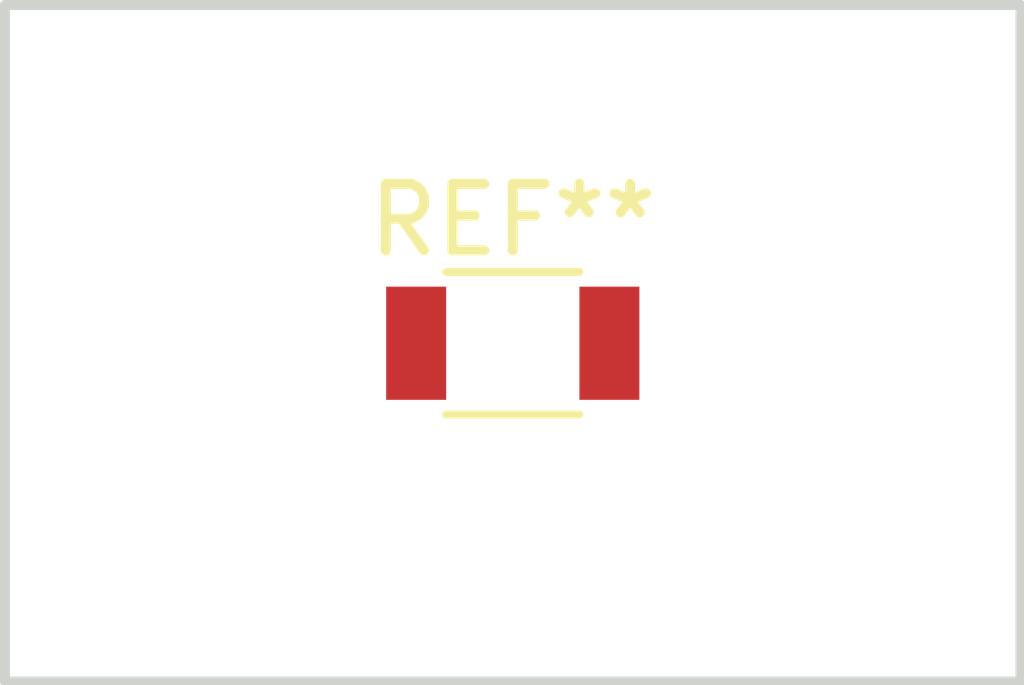
<source format=kicad_pcb>
(kicad_pcb (version 4) (host pcbnew 4.0.7)

  (general
    (links 0)
    (no_connects 0)
    (area 142.164999 92.634999 157.555001 102.945001)
    (thickness 1.6)
    (drawings 4)
    (tracks 0)
    (zones 0)
    (modules 1)
    (nets 1)
  )

  (page A4)
  (layers
    (0 F.Cu signal)
    (31 B.Cu signal)
    (32 B.Adhes user)
    (33 F.Adhes user)
    (34 B.Paste user)
    (35 F.Paste user)
    (36 B.SilkS user)
    (37 F.SilkS user)
    (38 B.Mask user)
    (39 F.Mask user)
    (40 Dwgs.User user)
    (41 Cmts.User user)
    (42 Eco1.User user)
    (43 Eco2.User user)
    (44 Edge.Cuts user)
    (45 Margin user)
    (46 B.CrtYd user)
    (47 F.CrtYd user)
    (48 B.Fab user)
    (49 F.Fab user)
  )

  (setup
    (last_trace_width 0.25)
    (trace_clearance 0.2)
    (zone_clearance 0.508)
    (zone_45_only no)
    (trace_min 0.2)
    (segment_width 0.2)
    (edge_width 0.15)
    (via_size 0.6)
    (via_drill 0.4)
    (via_min_size 0.4)
    (via_min_drill 0.3)
    (uvia_size 0.3)
    (uvia_drill 0.1)
    (uvias_allowed no)
    (uvia_min_size 0.2)
    (uvia_min_drill 0.1)
    (pcb_text_width 0.3)
    (pcb_text_size 1.5 1.5)
    (mod_edge_width 0.15)
    (mod_text_size 1 1)
    (mod_text_width 0.15)
    (pad_size 1.524 1.524)
    (pad_drill 0.762)
    (pad_to_mask_clearance 0.2)
    (aux_axis_origin 0 0)
    (visible_elements 7FFFFFFF)
    (pcbplotparams
      (layerselection 0x00030_80000001)
      (usegerberextensions false)
      (excludeedgelayer true)
      (linewidth 0.100000)
      (plotframeref false)
      (viasonmask false)
      (mode 1)
      (useauxorigin false)
      (hpglpennumber 1)
      (hpglpenspeed 20)
      (hpglpendiameter 15)
      (hpglpenoverlay 2)
      (psnegative false)
      (psa4output false)
      (plotreference true)
      (plotvalue true)
      (plotinvisibletext false)
      (padsonsilk false)
      (subtractmaskfromsilk false)
      (outputformat 1)
      (mirror false)
      (drillshape 1)
      (scaleselection 1)
      (outputdirectory ""))
  )

  (net 0 "")

  (net_class Default "This is the default net class."
    (clearance 0.2)
    (trace_width 0.25)
    (via_dia 0.6)
    (via_drill 0.4)
    (uvia_dia 0.3)
    (uvia_drill 0.1)
  )

  (module Resistors_SMD:R_1206 (layer F.Cu) (tedit 58E0A804) (tstamp 5A6B43F0)
    (at 149.86 97.79)
    (descr "Resistor SMD 1206, reflow soldering, Vishay (see dcrcw.pdf)")
    (tags "resistor 1206")
    (attr smd)
    (fp_text reference REF** (at 0 -1.85) (layer F.SilkS)
      (effects (font (size 1 1) (thickness 0.15)))
    )
    (fp_text value R_1206 (at 0 1.95) (layer F.Fab)
      (effects (font (size 1 1) (thickness 0.15)))
    )
    (fp_text user %R (at 0 0) (layer F.Fab)
      (effects (font (size 0.7 0.7) (thickness 0.105)))
    )
    (fp_line (start -1.6 0.8) (end -1.6 -0.8) (layer F.Fab) (width 0.1))
    (fp_line (start 1.6 0.8) (end -1.6 0.8) (layer F.Fab) (width 0.1))
    (fp_line (start 1.6 -0.8) (end 1.6 0.8) (layer F.Fab) (width 0.1))
    (fp_line (start -1.6 -0.8) (end 1.6 -0.8) (layer F.Fab) (width 0.1))
    (fp_line (start 1 1.07) (end -1 1.07) (layer F.SilkS) (width 0.12))
    (fp_line (start -1 -1.07) (end 1 -1.07) (layer F.SilkS) (width 0.12))
    (fp_line (start -2.15 -1.11) (end 2.15 -1.11) (layer F.CrtYd) (width 0.05))
    (fp_line (start -2.15 -1.11) (end -2.15 1.1) (layer F.CrtYd) (width 0.05))
    (fp_line (start 2.15 1.1) (end 2.15 -1.11) (layer F.CrtYd) (width 0.05))
    (fp_line (start 2.15 1.1) (end -2.15 1.1) (layer F.CrtYd) (width 0.05))
    (pad 1 smd rect (at -1.45 0) (size 0.9 1.7) (layers F.Cu F.Paste F.Mask))
    (pad 2 smd rect (at 1.45 0) (size 0.9 1.7) (layers F.Cu F.Paste F.Mask))
    (model ${KISYS3DMOD}/Resistors_SMD.3dshapes/R_1206.wrl
      (at (xyz 0 0 0))
      (scale (xyz 1 1 1))
      (rotate (xyz 0 0 0))
    )
  )

  (gr_line (start 142.24 92.71) (end 157.48 92.71) (angle 90) (layer Edge.Cuts) (width 0.15))
  (gr_line (start 142.24 102.87) (end 142.24 92.71) (angle 90) (layer Edge.Cuts) (width 0.15))
  (gr_line (start 157.48 102.87) (end 142.24 102.87) (angle 90) (layer Edge.Cuts) (width 0.15))
  (gr_line (start 157.48 92.71) (end 157.48 102.87) (angle 90) (layer Edge.Cuts) (width 0.15))

)

</source>
